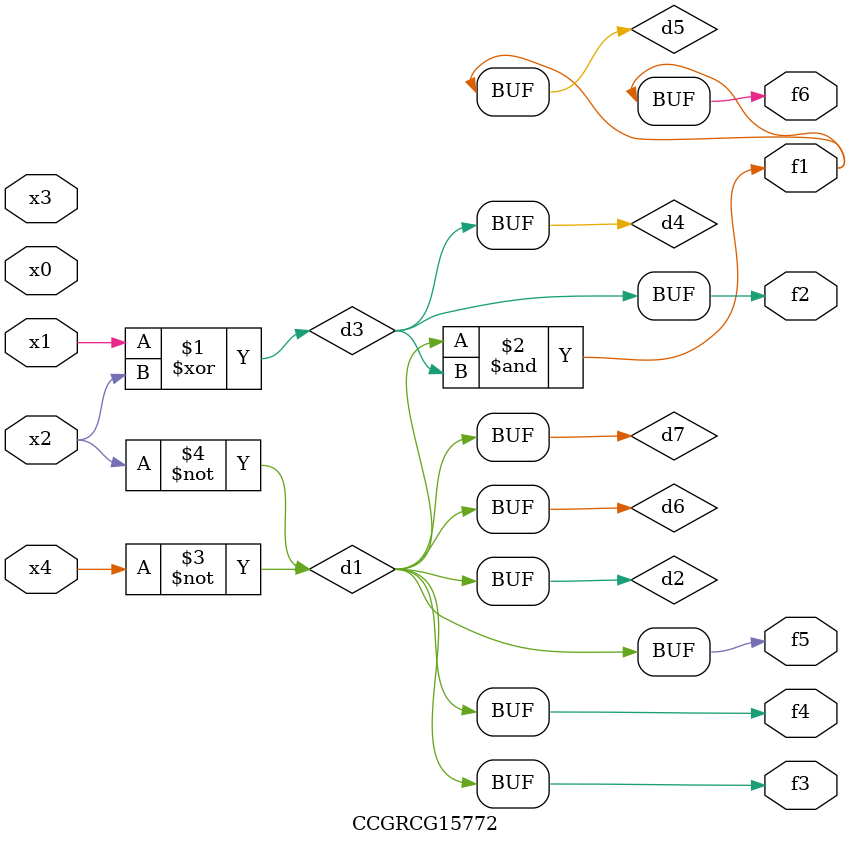
<source format=v>
module CCGRCG15772(
	input x0, x1, x2, x3, x4,
	output f1, f2, f3, f4, f5, f6
);

	wire d1, d2, d3, d4, d5, d6, d7;

	not (d1, x4);
	not (d2, x2);
	xor (d3, x1, x2);
	buf (d4, d3);
	and (d5, d1, d3);
	buf (d6, d1, d2);
	buf (d7, d2);
	assign f1 = d5;
	assign f2 = d4;
	assign f3 = d7;
	assign f4 = d7;
	assign f5 = d7;
	assign f6 = d5;
endmodule

</source>
